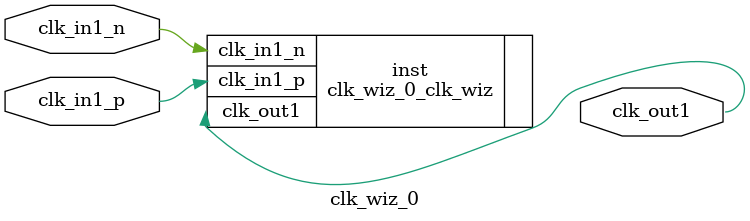
<source format=v>


`timescale 1ps/1ps

(* CORE_GENERATION_INFO = "clk_wiz_0,clk_wiz_v6_0_3_0_0,{component_name=clk_wiz_0,use_phase_alignment=true,use_min_o_jitter=false,use_max_i_jitter=false,use_dyn_phase_shift=false,use_inclk_switchover=false,use_dyn_reconfig=false,enable_axi=0,feedback_source=FDBK_AUTO,PRIMITIVE=MMCM,num_out_clk=1,clkin1_period=6.400,clkin2_period=10.000,use_power_down=false,use_reset=false,use_locked=false,use_inclk_stopped=false,feedback_type=SINGLE,CLOCK_MGR_TYPE=NA,manual_override=false}" *)

module clk_wiz_0 
 (
  // Clock out ports
  output        clk_out1,
 // Clock in ports
  input         clk_in1_p,
  input         clk_in1_n
 );

  clk_wiz_0_clk_wiz inst
  (
  // Clock out ports  
  .clk_out1(clk_out1),
 // Clock in ports
  .clk_in1_p(clk_in1_p),
  .clk_in1_n(clk_in1_n)
  );

endmodule

</source>
